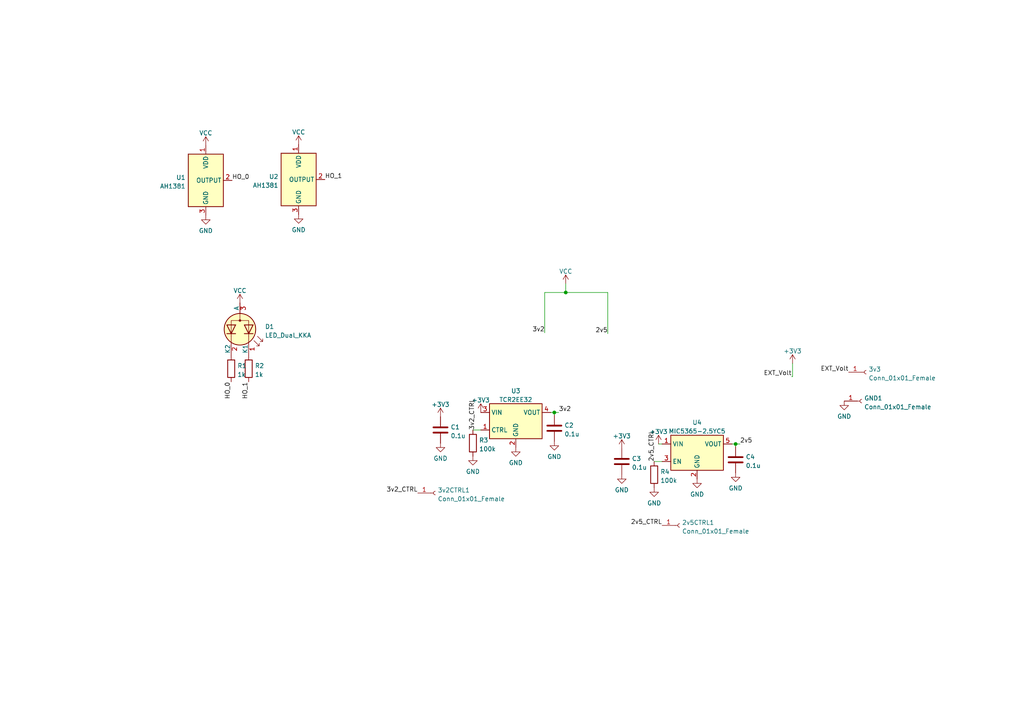
<source format=kicad_sch>
(kicad_sch (version 20211123) (generator eeschema)

  (uuid ca0119bb-a7a6-4b74-97b3-d6b99ef09072)

  (paper "A4")

  (lib_symbols
    (symbol "Connector:Conn_01x01_Female" (pin_names (offset 1.016) hide) (in_bom yes) (on_board yes)
      (property "Reference" "J" (id 0) (at 0 2.54 0)
        (effects (font (size 1.27 1.27)))
      )
      (property "Value" "Conn_01x01_Female" (id 1) (at 0 -2.54 0)
        (effects (font (size 1.27 1.27)))
      )
      (property "Footprint" "" (id 2) (at 0 0 0)
        (effects (font (size 1.27 1.27)) hide)
      )
      (property "Datasheet" "~" (id 3) (at 0 0 0)
        (effects (font (size 1.27 1.27)) hide)
      )
      (property "ki_keywords" "connector" (id 4) (at 0 0 0)
        (effects (font (size 1.27 1.27)) hide)
      )
      (property "ki_description" "Generic connector, single row, 01x01, script generated (kicad-library-utils/schlib/autogen/connector/)" (id 5) (at 0 0 0)
        (effects (font (size 1.27 1.27)) hide)
      )
      (property "ki_fp_filters" "Connector*:*" (id 6) (at 0 0 0)
        (effects (font (size 1.27 1.27)) hide)
      )
      (symbol "Conn_01x01_Female_1_1"
        (polyline
          (pts
            (xy -1.27 0)
            (xy -0.508 0)
          )
          (stroke (width 0.1524) (type default) (color 0 0 0 0))
          (fill (type none))
        )
        (arc (start 0 0.508) (mid -0.508 0) (end 0 -0.508)
          (stroke (width 0.1524) (type default) (color 0 0 0 0))
          (fill (type none))
        )
        (pin passive line (at -5.08 0 0) (length 3.81)
          (name "Pin_1" (effects (font (size 1.27 1.27))))
          (number "1" (effects (font (size 1.27 1.27))))
        )
      )
    )
    (symbol "Device:C" (pin_numbers hide) (pin_names (offset 0.254)) (in_bom yes) (on_board yes)
      (property "Reference" "C" (id 0) (at 0.635 2.54 0)
        (effects (font (size 1.27 1.27)) (justify left))
      )
      (property "Value" "C" (id 1) (at 0.635 -2.54 0)
        (effects (font (size 1.27 1.27)) (justify left))
      )
      (property "Footprint" "" (id 2) (at 0.9652 -3.81 0)
        (effects (font (size 1.27 1.27)) hide)
      )
      (property "Datasheet" "~" (id 3) (at 0 0 0)
        (effects (font (size 1.27 1.27)) hide)
      )
      (property "ki_keywords" "cap capacitor" (id 4) (at 0 0 0)
        (effects (font (size 1.27 1.27)) hide)
      )
      (property "ki_description" "Unpolarized capacitor" (id 5) (at 0 0 0)
        (effects (font (size 1.27 1.27)) hide)
      )
      (property "ki_fp_filters" "C_*" (id 6) (at 0 0 0)
        (effects (font (size 1.27 1.27)) hide)
      )
      (symbol "C_0_1"
        (polyline
          (pts
            (xy -2.032 -0.762)
            (xy 2.032 -0.762)
          )
          (stroke (width 0.508) (type default) (color 0 0 0 0))
          (fill (type none))
        )
        (polyline
          (pts
            (xy -2.032 0.762)
            (xy 2.032 0.762)
          )
          (stroke (width 0.508) (type default) (color 0 0 0 0))
          (fill (type none))
        )
      )
      (symbol "C_1_1"
        (pin passive line (at 0 3.81 270) (length 2.794)
          (name "~" (effects (font (size 1.27 1.27))))
          (number "1" (effects (font (size 1.27 1.27))))
        )
        (pin passive line (at 0 -3.81 90) (length 2.794)
          (name "~" (effects (font (size 1.27 1.27))))
          (number "2" (effects (font (size 1.27 1.27))))
        )
      )
    )
    (symbol "Device:LED_Dual_KKA" (pin_names (offset 0)) (in_bom yes) (on_board yes)
      (property "Reference" "D" (id 0) (at 0 5.715 0)
        (effects (font (size 1.27 1.27)))
      )
      (property "Value" "LED_Dual_KKA" (id 1) (at 0 -6.35 0)
        (effects (font (size 1.27 1.27)))
      )
      (property "Footprint" "" (id 2) (at 1.27 0 0)
        (effects (font (size 1.27 1.27)) hide)
      )
      (property "Datasheet" "~" (id 3) (at 1.27 0 0)
        (effects (font (size 1.27 1.27)) hide)
      )
      (property "ki_keywords" "LED diode bicolor dual" (id 4) (at 0 0 0)
        (effects (font (size 1.27 1.27)) hide)
      )
      (property "ki_description" "Dual LED, common anode on pin 3" (id 5) (at 0 0 0)
        (effects (font (size 1.27 1.27)) hide)
      )
      (property "ki_fp_filters" "LED* LED_SMD:* LED_THT:*" (id 6) (at 0 0 0)
        (effects (font (size 1.27 1.27)) hide)
      )
      (symbol "LED_Dual_KKA_0_1"
        (circle (center -2.54 0) (radius 0.2794)
          (stroke (width 0) (type default) (color 0 0 0 0))
          (fill (type outline))
        )
        (polyline
          (pts
            (xy -4.572 0)
            (xy -2.54 0)
          )
          (stroke (width 0) (type default) (color 0 0 0 0))
          (fill (type none))
        )
        (polyline
          (pts
            (xy 1.27 -1.27)
            (xy 1.27 -3.81)
          )
          (stroke (width 0.254) (type default) (color 0 0 0 0))
          (fill (type none))
        )
        (polyline
          (pts
            (xy 1.27 3.81)
            (xy 1.27 1.27)
          )
          (stroke (width 0.254) (type default) (color 0 0 0 0))
          (fill (type none))
        )
        (polyline
          (pts
            (xy 3.81 -2.54)
            (xy 1.905 -2.54)
          )
          (stroke (width 0) (type default) (color 0 0 0 0))
          (fill (type none))
        )
        (polyline
          (pts
            (xy 3.81 2.54)
            (xy 1.905 2.54)
          )
          (stroke (width 0) (type default) (color 0 0 0 0))
          (fill (type none))
        )
        (polyline
          (pts
            (xy -1.27 -1.27)
            (xy -1.27 -3.81)
            (xy 1.27 -2.54)
            (xy -1.27 -1.27)
          )
          (stroke (width 0.254) (type default) (color 0 0 0 0))
          (fill (type none))
        )
        (polyline
          (pts
            (xy -1.27 3.81)
            (xy -1.27 1.27)
            (xy 1.27 2.54)
            (xy -1.27 3.81)
          )
          (stroke (width 0.254) (type default) (color 0 0 0 0))
          (fill (type none))
        )
        (polyline
          (pts
            (xy 2.032 2.54)
            (xy -2.54 2.54)
            (xy -2.54 -2.54)
            (xy 2.032 -2.54)
          )
          (stroke (width 0) (type default) (color 0 0 0 0))
          (fill (type none))
        )
        (polyline
          (pts
            (xy 2.032 5.08)
            (xy 3.556 6.604)
            (xy 2.794 6.604)
            (xy 3.556 6.604)
            (xy 3.556 5.842)
          )
          (stroke (width 0) (type default) (color 0 0 0 0))
          (fill (type none))
        )
        (polyline
          (pts
            (xy 3.302 4.064)
            (xy 4.826 5.588)
            (xy 4.064 5.588)
            (xy 4.826 5.588)
            (xy 4.826 4.826)
          )
          (stroke (width 0) (type default) (color 0 0 0 0))
          (fill (type none))
        )
        (circle (center 0 0) (radius 4.572)
          (stroke (width 0.254) (type default) (color 0 0 0 0))
          (fill (type background))
        )
      )
      (symbol "LED_Dual_KKA_1_1"
        (pin input line (at 7.62 2.54 180) (length 3.81)
          (name "K1" (effects (font (size 1.27 1.27))))
          (number "1" (effects (font (size 1.27 1.27))))
        )
        (pin input line (at 7.62 -2.54 180) (length 3.81)
          (name "K2" (effects (font (size 1.27 1.27))))
          (number "2" (effects (font (size 1.27 1.27))))
        )
        (pin input line (at -7.62 0 0) (length 3.048)
          (name "A" (effects (font (size 1.27 1.27))))
          (number "3" (effects (font (size 1.27 1.27))))
        )
      )
    )
    (symbol "Device:R" (pin_numbers hide) (pin_names (offset 0)) (in_bom yes) (on_board yes)
      (property "Reference" "R" (id 0) (at 2.032 0 90)
        (effects (font (size 1.27 1.27)))
      )
      (property "Value" "R" (id 1) (at 0 0 90)
        (effects (font (size 1.27 1.27)))
      )
      (property "Footprint" "" (id 2) (at -1.778 0 90)
        (effects (font (size 1.27 1.27)) hide)
      )
      (property "Datasheet" "~" (id 3) (at 0 0 0)
        (effects (font (size 1.27 1.27)) hide)
      )
      (property "ki_keywords" "R res resistor" (id 4) (at 0 0 0)
        (effects (font (size 1.27 1.27)) hide)
      )
      (property "ki_description" "Resistor" (id 5) (at 0 0 0)
        (effects (font (size 1.27 1.27)) hide)
      )
      (property "ki_fp_filters" "R_*" (id 6) (at 0 0 0)
        (effects (font (size 1.27 1.27)) hide)
      )
      (symbol "R_0_1"
        (rectangle (start -1.016 -2.54) (end 1.016 2.54)
          (stroke (width 0.254) (type default) (color 0 0 0 0))
          (fill (type none))
        )
      )
      (symbol "R_1_1"
        (pin passive line (at 0 3.81 270) (length 1.27)
          (name "~" (effects (font (size 1.27 1.27))))
          (number "1" (effects (font (size 1.27 1.27))))
        )
        (pin passive line (at 0 -3.81 90) (length 1.27)
          (name "~" (effects (font (size 1.27 1.27))))
          (number "2" (effects (font (size 1.27 1.27))))
        )
      )
    )
    (symbol "Regulator_Linear:MIC5365-3.3YC5" (in_bom yes) (on_board yes)
      (property "Reference" "U" (id 0) (at -6.35 6.35 0)
        (effects (font (size 1.27 1.27)))
      )
      (property "Value" "MIC5365-3.3YC5" (id 1) (at 0 6.35 0)
        (effects (font (size 1.27 1.27)) (justify left))
      )
      (property "Footprint" "Package_TO_SOT_SMD:SOT-353_SC-70-5" (id 2) (at 0 8.89 0)
        (effects (font (size 1.27 1.27)) hide)
      )
      (property "Datasheet" "http://ww1.microchip.com/downloads/en/DeviceDoc/mic5365.pdf" (id 3) (at -7.62 20.32 0)
        (effects (font (size 1.27 1.27)) hide)
      )
      (property "ki_keywords" "Micrel LDO voltage regulator" (id 4) (at 0 0 0)
        (effects (font (size 1.27 1.27)) hide)
      )
      (property "ki_description" "150mA Low-dropout Voltage Regulator, Vout 3.3V, Vin up to 5.5V, SC-70-5" (id 5) (at 0 0 0)
        (effects (font (size 1.27 1.27)) hide)
      )
      (property "ki_fp_filters" "SOT*353*SC*70*" (id 6) (at 0 0 0)
        (effects (font (size 1.27 1.27)) hide)
      )
      (symbol "MIC5365-3.3YC5_0_1"
        (rectangle (start -7.62 -5.08) (end 7.62 5.08)
          (stroke (width 0.254) (type default) (color 0 0 0 0))
          (fill (type background))
        )
      )
      (symbol "MIC5365-3.3YC5_1_1"
        (pin power_in line (at -10.16 2.54 0) (length 2.54)
          (name "VIN" (effects (font (size 1.27 1.27))))
          (number "1" (effects (font (size 1.27 1.27))))
        )
        (pin power_in line (at 0 -7.62 90) (length 2.54)
          (name "GND" (effects (font (size 1.27 1.27))))
          (number "2" (effects (font (size 1.27 1.27))))
        )
        (pin input line (at -10.16 -2.54 0) (length 2.54)
          (name "EN" (effects (font (size 1.27 1.27))))
          (number "3" (effects (font (size 1.27 1.27))))
        )
        (pin no_connect line (at 7.62 -2.54 180) (length 2.54) hide
          (name "NC" (effects (font (size 1.27 1.27))))
          (number "4" (effects (font (size 1.27 1.27))))
        )
        (pin power_out line (at 10.16 2.54 180) (length 2.54)
          (name "VOUT" (effects (font (size 1.27 1.27))))
          (number "5" (effects (font (size 1.27 1.27))))
        )
      )
    )
    (symbol "Regulator_Linear:TCR2EE27" (in_bom yes) (on_board yes)
      (property "Reference" "U6" (id 0) (at 0 9.3218 0)
        (effects (font (size 1.27 1.27)))
      )
      (property "Value" "TCR2EE27" (id 1) (at 0 7.0104 0)
        (effects (font (size 1.27 1.27)))
      )
      (property "Footprint" "Package_TO_SOT_SMD:SOT-553" (id 2) (at 0 -10.16 0)
        (effects (font (size 1.27 1.27)) hide)
      )
      (property "Datasheet" "https://toshiba.semicon-storage.com/info/docget.jsp?did=13794&prodName=TCR2EF45" (id 3) (at -6.35 6.35 0)
        (effects (font (size 1.27 1.27)) hide)
      )
      (property "ki_keywords" "TOSHIBA LDO voltage regulator" (id 4) (at 0 0 0)
        (effects (font (size 1.27 1.27)) hide)
      )
      (property "ki_description" "200mA Low-dropout Voltage Regulator, Vout 2.7V, Vin up to 5.5V, SOT-553" (id 5) (at 0 0 0)
        (effects (font (size 1.27 1.27)) hide)
      )
      (property "ki_fp_filters" "SOT?553*" (id 6) (at 0 0 0)
        (effects (font (size 1.27 1.27)) hide)
      )
      (symbol "TCR2EE27_0_1"
        (rectangle (start -7.62 -5.08) (end 7.62 5.08)
          (stroke (width 0.254) (type default) (color 0 0 0 0))
          (fill (type background))
        )
      )
      (symbol "TCR2EE27_1_1"
        (pin input line (at -10.16 -2.54 0) (length 2.54)
          (name "CTRL" (effects (font (size 1.27 1.27))))
          (number "1" (effects (font (size 1.27 1.27))))
        )
        (pin power_in line (at 0 -7.62 90) (length 2.54)
          (name "GND" (effects (font (size 1.27 1.27))))
          (number "2" (effects (font (size 1.27 1.27))))
        )
        (pin power_in line (at -10.16 2.54 0) (length 2.54)
          (name "VIN" (effects (font (size 1.27 1.27))))
          (number "3" (effects (font (size 1.27 1.27))))
        )
        (pin power_out line (at 10.16 2.54 180) (length 2.54)
          (name "VOUT" (effects (font (size 1.27 1.27))))
          (number "4" (effects (font (size 1.27 1.27))))
        )
        (pin no_connect line (at 7.62 -2.54 180) (length 2.54) hide
          (name "NC" (effects (font (size 1.27 1.27))))
          (number "5" (effects (font (size 1.27 1.27))))
        )
      )
    )
    (symbol "Sensor_Magnetic:AH1806-W" (in_bom yes) (on_board yes)
      (property "Reference" "U" (id 0) (at -5.08 8.89 0)
        (effects (font (size 1.27 1.27)))
      )
      (property "Value" "AH1806-W" (id 1) (at 7.62 8.89 0)
        (effects (font (size 1.27 1.27)))
      )
      (property "Footprint" "Package_TO_SOT_SMD:SC-59" (id 2) (at 13.97 -8.89 0)
        (effects (font (size 1.27 1.27)) hide)
      )
      (property "Datasheet" "https://www.diodes.com/assets/Datasheets/AH1806.pdf" (id 3) (at 0 0 0)
        (effects (font (size 1.27 1.27)) hide)
      )
      (property "ki_keywords" "hall switch" (id 4) (at 0 0 0)
        (effects (font (size 1.27 1.27)) hide)
      )
      (property "ki_description" "High Sensitivity Micropower Omnipolar Hall-Effect Switch, SC-59" (id 5) (at 0 0 0)
        (effects (font (size 1.27 1.27)) hide)
      )
      (property "ki_fp_filters" "SC?59*" (id 6) (at 0 0 0)
        (effects (font (size 1.27 1.27)) hide)
      )
      (symbol "AH1806-W_0_1"
        (rectangle (start 5.08 7.62) (end -5.08 -7.62)
          (stroke (width 0.254) (type default) (color 0 0 0 0))
          (fill (type background))
        )
      )
      (symbol "AH1806-W_1_1"
        (pin power_in line (at 0 10.16 270) (length 2.54)
          (name "VDD" (effects (font (size 1.27 1.27))))
          (number "1" (effects (font (size 1.27 1.27))))
        )
        (pin open_collector line (at 7.62 0 180) (length 2.54)
          (name "OUTPUT" (effects (font (size 1.27 1.27))))
          (number "2" (effects (font (size 1.27 1.27))))
        )
        (pin power_in line (at 0 -10.16 90) (length 2.54)
          (name "GND" (effects (font (size 1.27 1.27))))
          (number "3" (effects (font (size 1.27 1.27))))
        )
      )
    )
    (symbol "power:+3V3" (power) (pin_names (offset 0)) (in_bom yes) (on_board yes)
      (property "Reference" "#PWR" (id 0) (at 0 -3.81 0)
        (effects (font (size 1.27 1.27)) hide)
      )
      (property "Value" "+3V3" (id 1) (at 0 3.556 0)
        (effects (font (size 1.27 1.27)))
      )
      (property "Footprint" "" (id 2) (at 0 0 0)
        (effects (font (size 1.27 1.27)) hide)
      )
      (property "Datasheet" "" (id 3) (at 0 0 0)
        (effects (font (size 1.27 1.27)) hide)
      )
      (property "ki_keywords" "power-flag" (id 4) (at 0 0 0)
        (effects (font (size 1.27 1.27)) hide)
      )
      (property "ki_description" "Power symbol creates a global label with name \"+3V3\"" (id 5) (at 0 0 0)
        (effects (font (size 1.27 1.27)) hide)
      )
      (symbol "+3V3_0_1"
        (polyline
          (pts
            (xy -0.762 1.27)
            (xy 0 2.54)
          )
          (stroke (width 0) (type default) (color 0 0 0 0))
          (fill (type none))
        )
        (polyline
          (pts
            (xy 0 0)
            (xy 0 2.54)
          )
          (stroke (width 0) (type default) (color 0 0 0 0))
          (fill (type none))
        )
        (polyline
          (pts
            (xy 0 2.54)
            (xy 0.762 1.27)
          )
          (stroke (width 0) (type default) (color 0 0 0 0))
          (fill (type none))
        )
      )
      (symbol "+3V3_1_1"
        (pin power_in line (at 0 0 90) (length 0) hide
          (name "+3V3" (effects (font (size 1.27 1.27))))
          (number "1" (effects (font (size 1.27 1.27))))
        )
      )
    )
    (symbol "power:GND" (power) (pin_names (offset 0)) (in_bom yes) (on_board yes)
      (property "Reference" "#PWR" (id 0) (at 0 -6.35 0)
        (effects (font (size 1.27 1.27)) hide)
      )
      (property "Value" "GND" (id 1) (at 0 -3.81 0)
        (effects (font (size 1.27 1.27)))
      )
      (property "Footprint" "" (id 2) (at 0 0 0)
        (effects (font (size 1.27 1.27)) hide)
      )
      (property "Datasheet" "" (id 3) (at 0 0 0)
        (effects (font (size 1.27 1.27)) hide)
      )
      (property "ki_keywords" "power-flag" (id 4) (at 0 0 0)
        (effects (font (size 1.27 1.27)) hide)
      )
      (property "ki_description" "Power symbol creates a global label with name \"GND\" , ground" (id 5) (at 0 0 0)
        (effects (font (size 1.27 1.27)) hide)
      )
      (symbol "GND_0_1"
        (polyline
          (pts
            (xy 0 0)
            (xy 0 -1.27)
            (xy 1.27 -1.27)
            (xy 0 -2.54)
            (xy -1.27 -1.27)
            (xy 0 -1.27)
          )
          (stroke (width 0) (type default) (color 0 0 0 0))
          (fill (type none))
        )
      )
      (symbol "GND_1_1"
        (pin power_in line (at 0 0 270) (length 0) hide
          (name "GND" (effects (font (size 1.27 1.27))))
          (number "1" (effects (font (size 1.27 1.27))))
        )
      )
    )
    (symbol "power:VCC" (power) (pin_names (offset 0)) (in_bom yes) (on_board yes)
      (property "Reference" "#PWR" (id 0) (at 0 -3.81 0)
        (effects (font (size 1.27 1.27)) hide)
      )
      (property "Value" "VCC" (id 1) (at 0 3.81 0)
        (effects (font (size 1.27 1.27)))
      )
      (property "Footprint" "" (id 2) (at 0 0 0)
        (effects (font (size 1.27 1.27)) hide)
      )
      (property "Datasheet" "" (id 3) (at 0 0 0)
        (effects (font (size 1.27 1.27)) hide)
      )
      (property "ki_keywords" "power-flag" (id 4) (at 0 0 0)
        (effects (font (size 1.27 1.27)) hide)
      )
      (property "ki_description" "Power symbol creates a global label with name \"VCC\"" (id 5) (at 0 0 0)
        (effects (font (size 1.27 1.27)) hide)
      )
      (symbol "VCC_0_1"
        (polyline
          (pts
            (xy -0.762 1.27)
            (xy 0 2.54)
          )
          (stroke (width 0) (type default) (color 0 0 0 0))
          (fill (type none))
        )
        (polyline
          (pts
            (xy 0 0)
            (xy 0 2.54)
          )
          (stroke (width 0) (type default) (color 0 0 0 0))
          (fill (type none))
        )
        (polyline
          (pts
            (xy 0 2.54)
            (xy 0.762 1.27)
          )
          (stroke (width 0) (type default) (color 0 0 0 0))
          (fill (type none))
        )
      )
      (symbol "VCC_1_1"
        (pin power_in line (at 0 0 90) (length 0) hide
          (name "VCC" (effects (font (size 1.27 1.27))))
          (number "1" (effects (font (size 1.27 1.27))))
        )
      )
    )
  )

  (junction (at 213.36 128.778) (diameter 0) (color 0 0 0 0)
    (uuid 05220787-b295-4021-af75-e02052eaf97b)
  )
  (junction (at 164.084 84.836) (diameter 0) (color 0 0 0 0)
    (uuid 48b17fca-a9d2-4e06-9962-91315d3e12b5)
  )
  (junction (at 160.782 119.634) (diameter 0) (color 0 0 0 0)
    (uuid ae8f94e7-af9f-42de-8208-6ef2f0f5f65b)
  )

  (no_connect (at -817.372 -12.954) (uuid 4aa20cbf-08e1-4ec9-9ada-cbbf2c7ef12d))

  (wire (pts (xy 137.16 124.714) (xy 139.446 124.714))
    (stroke (width 0) (type default) (color 0 0 0 0))
    (uuid 0c327f4b-75dd-4d24-bc2d-0e4f8dcae598)
  )
  (wire (pts (xy 229.616 109.22) (xy 229.87 109.22))
    (stroke (width 0) (type default) (color 0 0 0 0))
    (uuid 12c84c11-5f3b-4964-96ce-e1a2895f6e40)
  )
  (wire (pts (xy 213.36 128.778) (xy 214.63 128.778))
    (stroke (width 0) (type default) (color 0 0 0 0))
    (uuid 1dadd7d3-81c0-4899-9a52-35bc066feb3d)
  )
  (wire (pts (xy 160.782 119.634) (xy 160.782 120.396))
    (stroke (width 0) (type default) (color 0 0 0 0))
    (uuid 22345bb6-9c5a-4886-905c-5891663705a3)
  )
  (wire (pts (xy 189.738 133.858) (xy 192.024 133.858))
    (stroke (width 0) (type default) (color 0 0 0 0))
    (uuid 23d9daa1-400e-4cac-8fad-8c09555daab0)
  )
  (wire (pts (xy 164.084 84.836) (xy 164.084 82.296))
    (stroke (width 0) (type default) (color 0 0 0 0))
    (uuid 29d48898-d064-4daa-86bd-5d8a4d7c41c8)
  )
  (wire (pts (xy 164.084 84.836) (xy 176.276 84.836))
    (stroke (width 0) (type default) (color 0 0 0 0))
    (uuid 2f93b37c-7f2f-4261-9448-3d6bf17307c7)
  )
  (wire (pts (xy 176.276 84.836) (xy 176.276 96.774))
    (stroke (width 0) (type default) (color 0 0 0 0))
    (uuid 36f428aa-e2e5-4100-8d7f-180094063342)
  )
  (wire (pts (xy 229.87 105.41) (xy 229.87 109.22))
    (stroke (width 0) (type default) (color 0 0 0 0))
    (uuid 52a34023-790e-4b9f-9939-2162de89cc17)
  )
  (wire (pts (xy 212.344 128.778) (xy 213.36 128.778))
    (stroke (width 0) (type default) (color 0 0 0 0))
    (uuid 72da6c07-2b26-4f7c-be90-d9370ce274f2)
  )
  (wire (pts (xy 159.766 119.634) (xy 160.782 119.634))
    (stroke (width 0) (type default) (color 0 0 0 0))
    (uuid 74da1fdb-341e-45e8-9568-f82cdf276bac)
  )
  (wire (pts (xy 157.988 84.836) (xy 164.084 84.836))
    (stroke (width 0) (type default) (color 0 0 0 0))
    (uuid 7880ddf7-8df2-4f68-aaa5-3d2de4d907ce)
  )
  (wire (pts (xy 191.008 128.778) (xy 192.024 128.778))
    (stroke (width 0) (type default) (color 0 0 0 0))
    (uuid 8eee2199-eb25-4ddf-89b8-65207a738a81)
  )
  (wire (pts (xy 157.988 84.836) (xy 157.988 96.52))
    (stroke (width 0) (type default) (color 0 0 0 0))
    (uuid ae0f4a39-64b4-4389-ad5c-3e4c5e3a6bff)
  )
  (wire (pts (xy 160.782 119.634) (xy 162.052 119.634))
    (stroke (width 0) (type default) (color 0 0 0 0))
    (uuid c0e0cc0f-0c14-4e1a-b565-e49f3df45991)
  )
  (wire (pts (xy 213.36 128.778) (xy 213.36 129.54))
    (stroke (width 0) (type default) (color 0 0 0 0))
    (uuid d1ea1454-43ed-46d2-b0c6-a5d63af5f131)
  )

  (label "EXT_Volt" (at 246.126 107.95 180)
    (effects (font (size 1.27 1.27)) (justify right bottom))
    (uuid 01f97aa8-b2b6-471b-941c-6f3988481049)
  )
  (label "HO_0" (at 67.31 52.324 0)
    (effects (font (size 1.27 1.27)) (justify left bottom))
    (uuid 0bd7af0e-8f4e-4170-8085-ff4ff4e2fa45)
  )
  (label "3v2" (at 162.052 119.634 0)
    (effects (font (size 1.27 1.27)) (justify left bottom))
    (uuid 11f02b8e-79c2-4801-a174-17d902c6f951)
  )
  (label "HO_1" (at 72.136 110.744 270)
    (effects (font (size 1.27 1.27)) (justify right bottom))
    (uuid 1d812367-1b94-4c4d-84a7-b478b9902b96)
  )
  (label "HO_0" (at 67.056 110.744 270)
    (effects (font (size 1.27 1.27)) (justify right bottom))
    (uuid 6763338a-a071-4e64-86ad-d0587d5c6f26)
  )
  (label "2v5" (at 214.63 128.778 0)
    (effects (font (size 1.27 1.27)) (justify left bottom))
    (uuid 81f2866e-1786-43d5-a538-8bb5c047b281)
  )
  (label "2v5_CTRL" (at 192.024 152.4 180)
    (effects (font (size 1.27 1.27)) (justify right bottom))
    (uuid a02c5a0e-a236-4e79-9026-4cf7e0c7f4de)
  )
  (label "3v2_CTRL" (at 121.158 143.002 180)
    (effects (font (size 1.27 1.27)) (justify right bottom))
    (uuid ba986e66-418b-482e-b781-55d34d84cfb9)
  )
  (label "EXT_Volt" (at 229.616 109.22 180)
    (effects (font (size 1.27 1.27)) (justify right bottom))
    (uuid cd0ef9cc-b553-4536-b198-4e8b639b428e)
  )
  (label "3v2_CTRL" (at 137.922 124.714 90)
    (effects (font (size 1.27 1.27)) (justify left bottom))
    (uuid d5c39877-a3b3-4590-8838-af670aa4a81d)
  )
  (label "3v2" (at 157.988 96.52 180)
    (effects (font (size 1.27 1.27)) (justify right bottom))
    (uuid d787de75-004c-417f-9d67-be5922fb2375)
  )
  (label "HO_1" (at 94.234 52.07 0)
    (effects (font (size 1.27 1.27)) (justify left bottom))
    (uuid d7b39f17-e3d4-415a-bb8c-13e68027f4a1)
  )
  (label "2v5_CTRL" (at 189.992 133.858 90)
    (effects (font (size 1.27 1.27)) (justify left bottom))
    (uuid e457abd4-e6db-4cde-8681-ff378836ba09)
  )
  (label "2v5" (at 176.276 96.774 180)
    (effects (font (size 1.27 1.27)) (justify right bottom))
    (uuid ea33707b-a8a0-46d0-9ced-f6024f4409eb)
  )

  (symbol (lib_id "power:+3V3") (at 191.008 128.778 0) (unit 1)
    (in_bom yes) (on_board yes) (fields_autoplaced)
    (uuid 041b3819-f3bc-4173-87f3-771937de97ad)
    (property "Reference" "#PWR0111" (id 0) (at 191.008 132.588 0)
      (effects (font (size 1.27 1.27)) hide)
    )
    (property "Value" "+3V3" (id 1) (at 191.008 125.2022 0))
    (property "Footprint" "" (id 2) (at 191.008 128.778 0)
      (effects (font (size 1.27 1.27)) hide)
    )
    (property "Datasheet" "" (id 3) (at 191.008 128.778 0)
      (effects (font (size 1.27 1.27)) hide)
    )
    (pin "1" (uuid bac1b9db-9672-4bce-81ea-d998058c92de))
  )

  (symbol (lib_id "power:GND") (at 202.184 138.938 0) (unit 1)
    (in_bom yes) (on_board yes) (fields_autoplaced)
    (uuid 05672e48-454f-4d2c-9992-9d32187caa3a)
    (property "Reference" "#PWR0110" (id 0) (at 202.184 145.288 0)
      (effects (font (size 1.27 1.27)) hide)
    )
    (property "Value" "GND" (id 1) (at 202.184 143.3814 0))
    (property "Footprint" "" (id 2) (at 202.184 138.938 0)
      (effects (font (size 1.27 1.27)) hide)
    )
    (property "Datasheet" "" (id 3) (at 202.184 138.938 0)
      (effects (font (size 1.27 1.27)) hide)
    )
    (pin "1" (uuid a709349e-610d-4b14-82ed-dbebf9c74954))
  )

  (symbol (lib_id "power:+3V3") (at 127.762 120.904 0) (unit 1)
    (in_bom yes) (on_board yes) (fields_autoplaced)
    (uuid 0cbc5d48-ed73-453e-9c5a-001e556c15e8)
    (property "Reference" "#PWR0114" (id 0) (at 127.762 124.714 0)
      (effects (font (size 1.27 1.27)) hide)
    )
    (property "Value" "+3V3" (id 1) (at 127.762 117.3282 0))
    (property "Footprint" "" (id 2) (at 127.762 120.904 0)
      (effects (font (size 1.27 1.27)) hide)
    )
    (property "Datasheet" "" (id 3) (at 127.762 120.904 0)
      (effects (font (size 1.27 1.27)) hide)
    )
    (pin "1" (uuid 77e6a139-3e32-4a8a-8b98-047f6cb55352))
  )

  (symbol (lib_id "Regulator_Linear:TCR2EE27") (at 149.606 122.174 0) (unit 1)
    (in_bom yes) (on_board yes) (fields_autoplaced)
    (uuid 1662b2f2-e7b0-4b9b-9714-7fd5df5f82a6)
    (property "Reference" "U3" (id 0) (at 149.606 113.3942 0))
    (property "Value" "TCR2EE32" (id 1) (at 149.606 115.9311 0))
    (property "Footprint" "Package_TO_SOT_SMD:SOT-553" (id 2) (at 149.606 132.334 0)
      (effects (font (size 1.27 1.27)) hide)
    )
    (property "Datasheet" "https://toshiba.semicon-storage.com/info/docget.jsp?did=13794&prodName=TCR2EF45" (id 3) (at 143.256 115.824 0)
      (effects (font (size 1.27 1.27)) hide)
    )
    (pin "1" (uuid 8340d594-b32a-4ba9-8d96-ad70a163221e))
    (pin "2" (uuid 61b74b9a-dbfe-41ae-9b01-0a79d3828f6f))
    (pin "3" (uuid 31715ffd-0163-4a41-98df-ad25ae6b06c1))
    (pin "4" (uuid 7813ba19-4a36-4d43-aa57-b2e2c90dba51))
    (pin "5" (uuid 2cbce3c7-1c44-4a3a-9017-e2eeadebdca0))
  )

  (symbol (lib_id "power:GND") (at 86.614 62.23 0) (unit 1)
    (in_bom yes) (on_board yes) (fields_autoplaced)
    (uuid 19b2b0be-a268-4735-a6aa-5795124e4172)
    (property "Reference" "#PWR0116" (id 0) (at 86.614 68.58 0)
      (effects (font (size 1.27 1.27)) hide)
    )
    (property "Value" "GND" (id 1) (at 86.614 66.6734 0))
    (property "Footprint" "" (id 2) (at 86.614 62.23 0)
      (effects (font (size 1.27 1.27)) hide)
    )
    (property "Datasheet" "" (id 3) (at 86.614 62.23 0)
      (effects (font (size 1.27 1.27)) hide)
    )
    (pin "1" (uuid dd853e72-55cd-4832-90d2-04b9907eb14b))
  )

  (symbol (lib_id "power:GND") (at 213.36 137.16 0) (unit 1)
    (in_bom yes) (on_board yes) (fields_autoplaced)
    (uuid 24abf3a2-da65-4e96-af1f-b6654dd5ffaa)
    (property "Reference" "#PWR0108" (id 0) (at 213.36 143.51 0)
      (effects (font (size 1.27 1.27)) hide)
    )
    (property "Value" "GND" (id 1) (at 213.36 141.6034 0))
    (property "Footprint" "" (id 2) (at 213.36 137.16 0)
      (effects (font (size 1.27 1.27)) hide)
    )
    (property "Datasheet" "" (id 3) (at 213.36 137.16 0)
      (effects (font (size 1.27 1.27)) hide)
    )
    (pin "1" (uuid 98915a30-009f-4aab-ae47-5ab995335ad1))
  )

  (symbol (lib_id "Device:C") (at 180.34 133.858 0) (unit 1)
    (in_bom yes) (on_board yes) (fields_autoplaced)
    (uuid 286b3a6e-7c9a-4af5-a997-c7d7dd73a710)
    (property "Reference" "C3" (id 0) (at 183.261 133.0233 0)
      (effects (font (size 1.27 1.27)) (justify left))
    )
    (property "Value" "0.1u" (id 1) (at 183.261 135.5602 0)
      (effects (font (size 1.27 1.27)) (justify left))
    )
    (property "Footprint" "Capacitor_SMD:C_0402_1005Metric_Pad0.74x0.62mm_HandSolder" (id 2) (at 181.3052 137.668 0)
      (effects (font (size 1.27 1.27)) hide)
    )
    (property "Datasheet" "~" (id 3) (at 180.34 133.858 0)
      (effects (font (size 1.27 1.27)) hide)
    )
    (pin "1" (uuid 63687ab4-d65f-4959-adcc-63b4924702cd))
    (pin "2" (uuid b4250a75-f7cc-48fd-833e-9c97fe2c8eb7))
  )

  (symbol (lib_id "power:GND") (at 244.856 116.332 0) (unit 1)
    (in_bom yes) (on_board yes) (fields_autoplaced)
    (uuid 2b20f0e2-ff47-43db-83f4-a61c90663242)
    (property "Reference" "#PWR0107" (id 0) (at 244.856 122.682 0)
      (effects (font (size 1.27 1.27)) hide)
    )
    (property "Value" "GND" (id 1) (at 244.856 120.7754 0))
    (property "Footprint" "" (id 2) (at 244.856 116.332 0)
      (effects (font (size 1.27 1.27)) hide)
    )
    (property "Datasheet" "" (id 3) (at 244.856 116.332 0)
      (effects (font (size 1.27 1.27)) hide)
    )
    (pin "1" (uuid d60f6d47-50ac-4626-b159-a7e61a0a1de1))
  )

  (symbol (lib_id "Device:R") (at 189.738 137.668 0) (unit 1)
    (in_bom yes) (on_board yes) (fields_autoplaced)
    (uuid 30cf9653-306b-4ead-8bdd-f7a6119d1ffe)
    (property "Reference" "R4" (id 0) (at 191.516 136.8333 0)
      (effects (font (size 1.27 1.27)) (justify left))
    )
    (property "Value" "100k" (id 1) (at 191.516 139.3702 0)
      (effects (font (size 1.27 1.27)) (justify left))
    )
    (property "Footprint" "Resistor_SMD:R_0402_1005Metric_Pad0.72x0.64mm_HandSolder" (id 2) (at 187.96 137.668 90)
      (effects (font (size 1.27 1.27)) hide)
    )
    (property "Datasheet" "~" (id 3) (at 189.738 137.668 0)
      (effects (font (size 1.27 1.27)) hide)
    )
    (pin "1" (uuid a2a34726-acfb-4924-82d4-f72ce681e6bf))
    (pin "2" (uuid bb0df855-2eec-49bf-901c-a6a8164a474f))
  )

  (symbol (lib_id "Device:R") (at 137.16 128.524 0) (unit 1)
    (in_bom yes) (on_board yes) (fields_autoplaced)
    (uuid 37b2033e-f763-480b-864c-9c843da7cba9)
    (property "Reference" "R3" (id 0) (at 138.938 127.6893 0)
      (effects (font (size 1.27 1.27)) (justify left))
    )
    (property "Value" "100k" (id 1) (at 138.938 130.2262 0)
      (effects (font (size 1.27 1.27)) (justify left))
    )
    (property "Footprint" "Resistor_SMD:R_0402_1005Metric_Pad0.72x0.64mm_HandSolder" (id 2) (at 135.382 128.524 90)
      (effects (font (size 1.27 1.27)) hide)
    )
    (property "Datasheet" "~" (id 3) (at 137.16 128.524 0)
      (effects (font (size 1.27 1.27)) hide)
    )
    (pin "1" (uuid 3dfc7657-3f3c-4a5f-bd89-eee509d46b96))
    (pin "2" (uuid bb5a69df-c8ad-4281-b4dd-fd3a02a7a6d8))
  )

  (symbol (lib_id "Device:R") (at 72.136 106.934 0) (unit 1)
    (in_bom yes) (on_board yes) (fields_autoplaced)
    (uuid 414c2ef0-98f1-4411-ac49-99552006b4de)
    (property "Reference" "R2" (id 0) (at 73.914 106.0993 0)
      (effects (font (size 1.27 1.27)) (justify left))
    )
    (property "Value" "1k" (id 1) (at 73.914 108.6362 0)
      (effects (font (size 1.27 1.27)) (justify left))
    )
    (property "Footprint" "Resistor_SMD:R_0402_1005Metric_Pad0.72x0.64mm_HandSolder" (id 2) (at 70.358 106.934 90)
      (effects (font (size 1.27 1.27)) hide)
    )
    (property "Datasheet" "~" (id 3) (at 72.136 106.934 0)
      (effects (font (size 1.27 1.27)) hide)
    )
    (pin "1" (uuid 22fb0ce0-ab04-49d7-9eb8-186ff5a63755))
    (pin "2" (uuid 465a0aeb-4469-4dad-b89e-49ee72baa08f))
  )

  (symbol (lib_id "Connector:Conn_01x01_Female") (at 126.238 143.002 0) (unit 1)
    (in_bom yes) (on_board yes) (fields_autoplaced)
    (uuid 48a5ed0a-4bcc-4ea4-870e-bcb7f365235b)
    (property "Reference" "3v2CTRL1" (id 0) (at 126.9492 142.1673 0)
      (effects (font (size 1.27 1.27)) (justify left))
    )
    (property "Value" "Conn_01x01_Female" (id 1) (at 126.9492 144.7042 0)
      (effects (font (size 1.27 1.27)) (justify left))
    )
    (property "Footprint" "Connector_PinHeader_2.54mm:PinHeader_1x01_P2.54mm_Vertical" (id 2) (at 126.238 143.002 0)
      (effects (font (size 1.27 1.27)) hide)
    )
    (property "Datasheet" "~" (id 3) (at 126.238 143.002 0)
      (effects (font (size 1.27 1.27)) hide)
    )
    (pin "1" (uuid 559d8dcf-a8b3-4704-a122-4272268bab9f))
  )

  (symbol (lib_id "Device:LED_Dual_KKA") (at 69.596 95.504 270) (unit 1)
    (in_bom yes) (on_board yes) (fields_autoplaced)
    (uuid 4b1738bd-82ea-45d1-9b30-a9d6b4e1729c)
    (property "Reference" "D1" (id 0) (at 76.835 94.7328 90)
      (effects (font (size 1.27 1.27)) (justify left))
    )
    (property "Value" "LED_Dual_KKA" (id 1) (at 76.835 97.2697 90)
      (effects (font (size 1.27 1.27)) (justify left))
    )
    (property "Footprint" "Package_TO_SOT_SMD:SC-59_Handsoldering" (id 2) (at 69.596 96.774 0)
      (effects (font (size 1.27 1.27)) hide)
    )
    (property "Datasheet" "~" (id 3) (at 69.596 96.774 0)
      (effects (font (size 1.27 1.27)) hide)
    )
    (pin "1" (uuid 0a91bd9b-8a94-4d52-802e-e5130d2fb041))
    (pin "2" (uuid 76879b8d-1add-43dc-8fd4-ba57de88376a))
    (pin "3" (uuid 9614b5ad-63ab-4d77-964c-efb45084e6b8))
  )

  (symbol (lib_id "Connector:Conn_01x01_Female") (at 249.936 116.332 0) (unit 1)
    (in_bom yes) (on_board yes) (fields_autoplaced)
    (uuid 4beefa00-23f1-416b-b706-1e55f5066438)
    (property "Reference" "GND1" (id 0) (at 250.6472 115.4973 0)
      (effects (font (size 1.27 1.27)) (justify left))
    )
    (property "Value" "Conn_01x01_Female" (id 1) (at 250.6472 118.0342 0)
      (effects (font (size 1.27 1.27)) (justify left))
    )
    (property "Footprint" "Connector_PinHeader_2.54mm:PinHeader_1x01_P2.54mm_Vertical" (id 2) (at 249.936 116.332 0)
      (effects (font (size 1.27 1.27)) hide)
    )
    (property "Datasheet" "~" (id 3) (at 249.936 116.332 0)
      (effects (font (size 1.27 1.27)) hide)
    )
    (pin "1" (uuid ba384c94-fbd4-4341-b74d-1703ed97d31b))
  )

  (symbol (lib_id "power:GND") (at 149.606 129.794 0) (unit 1)
    (in_bom yes) (on_board yes) (fields_autoplaced)
    (uuid 4e600a9b-ffa3-44e0-adb0-009366c4240a)
    (property "Reference" "#PWR0104" (id 0) (at 149.606 136.144 0)
      (effects (font (size 1.27 1.27)) hide)
    )
    (property "Value" "GND" (id 1) (at 149.606 134.2374 0))
    (property "Footprint" "" (id 2) (at 149.606 129.794 0)
      (effects (font (size 1.27 1.27)) hide)
    )
    (property "Datasheet" "" (id 3) (at 149.606 129.794 0)
      (effects (font (size 1.27 1.27)) hide)
    )
    (pin "1" (uuid 3a7795ee-da5c-4772-af15-9d2201fd00a7))
  )

  (symbol (lib_id "power:GND") (at 189.738 141.478 0) (unit 1)
    (in_bom yes) (on_board yes) (fields_autoplaced)
    (uuid 58ffc392-0aa9-4eb2-9759-5dbff45ee321)
    (property "Reference" "#PWR0109" (id 0) (at 189.738 147.828 0)
      (effects (font (size 1.27 1.27)) hide)
    )
    (property "Value" "GND" (id 1) (at 189.738 145.9214 0))
    (property "Footprint" "" (id 2) (at 189.738 141.478 0)
      (effects (font (size 1.27 1.27)) hide)
    )
    (property "Datasheet" "" (id 3) (at 189.738 141.478 0)
      (effects (font (size 1.27 1.27)) hide)
    )
    (pin "1" (uuid 62a9621a-0931-43f8-a8cc-454a6e4c9f81))
  )

  (symbol (lib_id "Device:C") (at 127.762 124.714 0) (unit 1)
    (in_bom yes) (on_board yes) (fields_autoplaced)
    (uuid 5bf214fc-9950-4b54-a5e2-e5b286ae3fbb)
    (property "Reference" "C1" (id 0) (at 130.683 123.8793 0)
      (effects (font (size 1.27 1.27)) (justify left))
    )
    (property "Value" "0.1u" (id 1) (at 130.683 126.4162 0)
      (effects (font (size 1.27 1.27)) (justify left))
    )
    (property "Footprint" "Capacitor_SMD:C_0402_1005Metric_Pad0.74x0.62mm_HandSolder" (id 2) (at 128.7272 128.524 0)
      (effects (font (size 1.27 1.27)) hide)
    )
    (property "Datasheet" "~" (id 3) (at 127.762 124.714 0)
      (effects (font (size 1.27 1.27)) hide)
    )
    (pin "1" (uuid 4bb2fa73-0792-4cf8-bd50-169f30822310))
    (pin "2" (uuid a9f398df-2d70-426b-8da2-6226b018e00b))
  )

  (symbol (lib_id "power:VCC") (at 86.614 41.91 0) (unit 1)
    (in_bom yes) (on_board yes) (fields_autoplaced)
    (uuid 5f778149-81fa-4c66-b95b-7afb0cb0eaf9)
    (property "Reference" "#PWR0117" (id 0) (at 86.614 45.72 0)
      (effects (font (size 1.27 1.27)) hide)
    )
    (property "Value" "VCC" (id 1) (at 86.614 38.3342 0))
    (property "Footprint" "" (id 2) (at 86.614 41.91 0)
      (effects (font (size 1.27 1.27)) hide)
    )
    (property "Datasheet" "" (id 3) (at 86.614 41.91 0)
      (effects (font (size 1.27 1.27)) hide)
    )
    (pin "1" (uuid 25ed59cc-8f54-455f-863b-9a4bd329c3ad))
  )

  (symbol (lib_id "Connector:Conn_01x01_Female") (at 197.104 152.4 0) (unit 1)
    (in_bom yes) (on_board yes) (fields_autoplaced)
    (uuid 68f5eb7a-f22f-4c31-aef0-f56dffc7fa46)
    (property "Reference" "2v5CTRL1" (id 0) (at 197.8152 151.5653 0)
      (effects (font (size 1.27 1.27)) (justify left))
    )
    (property "Value" "Conn_01x01_Female" (id 1) (at 197.8152 154.1022 0)
      (effects (font (size 1.27 1.27)) (justify left))
    )
    (property "Footprint" "Connector_PinHeader_2.54mm:PinHeader_1x01_P2.54mm_Vertical" (id 2) (at 197.104 152.4 0)
      (effects (font (size 1.27 1.27)) hide)
    )
    (property "Datasheet" "~" (id 3) (at 197.104 152.4 0)
      (effects (font (size 1.27 1.27)) hide)
    )
    (pin "1" (uuid 0a9790ff-0d0e-405c-8bc3-445f5c82d710))
  )

  (symbol (lib_id "Device:C") (at 160.782 124.206 0) (unit 1)
    (in_bom yes) (on_board yes) (fields_autoplaced)
    (uuid 7c80cca5-b11f-48e1-9ea3-92e7136ebcb9)
    (property "Reference" "C2" (id 0) (at 163.703 123.3713 0)
      (effects (font (size 1.27 1.27)) (justify left))
    )
    (property "Value" "0.1u" (id 1) (at 163.703 125.9082 0)
      (effects (font (size 1.27 1.27)) (justify left))
    )
    (property "Footprint" "Capacitor_SMD:C_0402_1005Metric_Pad0.74x0.62mm_HandSolder" (id 2) (at 161.7472 128.016 0)
      (effects (font (size 1.27 1.27)) hide)
    )
    (property "Datasheet" "~" (id 3) (at 160.782 124.206 0)
      (effects (font (size 1.27 1.27)) hide)
    )
    (pin "1" (uuid 106a4b4d-1e91-4b4c-8d93-ec295eb62cb6))
    (pin "2" (uuid fa7ad889-f952-4a2d-b465-546f7b2d7b96))
  )

  (symbol (lib_id "power:GND") (at 59.69 62.484 0) (unit 1)
    (in_bom yes) (on_board yes) (fields_autoplaced)
    (uuid 870c1226-1945-4034-8d61-1716942488a9)
    (property "Reference" "#PWR0119" (id 0) (at 59.69 68.834 0)
      (effects (font (size 1.27 1.27)) hide)
    )
    (property "Value" "GND" (id 1) (at 59.69 66.9274 0))
    (property "Footprint" "" (id 2) (at 59.69 62.484 0)
      (effects (font (size 1.27 1.27)) hide)
    )
    (property "Datasheet" "" (id 3) (at 59.69 62.484 0)
      (effects (font (size 1.27 1.27)) hide)
    )
    (pin "1" (uuid e0356886-52dd-43fa-8b7d-4e303f7a079c))
  )

  (symbol (lib_id "power:VCC") (at 69.596 87.884 0) (unit 1)
    (in_bom yes) (on_board yes) (fields_autoplaced)
    (uuid 8867e957-4fcf-48d2-bc0f-57f0787a2667)
    (property "Reference" "#PWR0120" (id 0) (at 69.596 91.694 0)
      (effects (font (size 1.27 1.27)) hide)
    )
    (property "Value" "VCC" (id 1) (at 69.596 84.3082 0))
    (property "Footprint" "" (id 2) (at 69.596 87.884 0)
      (effects (font (size 1.27 1.27)) hide)
    )
    (property "Datasheet" "" (id 3) (at 69.596 87.884 0)
      (effects (font (size 1.27 1.27)) hide)
    )
    (pin "1" (uuid 177034ff-daff-4388-8688-a7f4b2df00fa))
  )

  (symbol (lib_id "power:GND") (at 180.34 137.668 0) (unit 1)
    (in_bom yes) (on_board yes) (fields_autoplaced)
    (uuid a36df550-3e2e-43dd-a372-908e43adfa11)
    (property "Reference" "#PWR0113" (id 0) (at 180.34 144.018 0)
      (effects (font (size 1.27 1.27)) hide)
    )
    (property "Value" "GND" (id 1) (at 180.34 142.1114 0))
    (property "Footprint" "" (id 2) (at 180.34 137.668 0)
      (effects (font (size 1.27 1.27)) hide)
    )
    (property "Datasheet" "" (id 3) (at 180.34 137.668 0)
      (effects (font (size 1.27 1.27)) hide)
    )
    (pin "1" (uuid a0e12ffd-62aa-4f79-8d3e-3687eeeedebd))
  )

  (symbol (lib_id "power:VCC") (at 59.69 42.164 0) (unit 1)
    (in_bom yes) (on_board yes) (fields_autoplaced)
    (uuid a3dfe2ac-aa31-4fac-b8df-3a031f866c85)
    (property "Reference" "#PWR0118" (id 0) (at 59.69 45.974 0)
      (effects (font (size 1.27 1.27)) hide)
    )
    (property "Value" "VCC" (id 1) (at 59.69 38.5882 0))
    (property "Footprint" "" (id 2) (at 59.69 42.164 0)
      (effects (font (size 1.27 1.27)) hide)
    )
    (property "Datasheet" "" (id 3) (at 59.69 42.164 0)
      (effects (font (size 1.27 1.27)) hide)
    )
    (pin "1" (uuid 83a30cbf-9ff5-46e4-9766-b1b7dd3bca37))
  )

  (symbol (lib_id "power:GND") (at 127.762 128.524 0) (unit 1)
    (in_bom yes) (on_board yes) (fields_autoplaced)
    (uuid aa251103-5ff0-444e-aab0-4535a5c259ea)
    (property "Reference" "#PWR0103" (id 0) (at 127.762 134.874 0)
      (effects (font (size 1.27 1.27)) hide)
    )
    (property "Value" "GND" (id 1) (at 127.762 132.9674 0))
    (property "Footprint" "" (id 2) (at 127.762 128.524 0)
      (effects (font (size 1.27 1.27)) hide)
    )
    (property "Datasheet" "" (id 3) (at 127.762 128.524 0)
      (effects (font (size 1.27 1.27)) hide)
    )
    (pin "1" (uuid 95dde95e-4dfd-4e14-bec3-e131ec86e38f))
  )

  (symbol (lib_id "power:GND") (at 137.16 132.334 0) (unit 1)
    (in_bom yes) (on_board yes) (fields_autoplaced)
    (uuid afbab0a2-416e-47d8-b3b7-b6d795c521f8)
    (property "Reference" "#PWR0102" (id 0) (at 137.16 138.684 0)
      (effects (font (size 1.27 1.27)) hide)
    )
    (property "Value" "GND" (id 1) (at 137.16 136.7774 0))
    (property "Footprint" "" (id 2) (at 137.16 132.334 0)
      (effects (font (size 1.27 1.27)) hide)
    )
    (property "Datasheet" "" (id 3) (at 137.16 132.334 0)
      (effects (font (size 1.27 1.27)) hide)
    )
    (pin "1" (uuid ee9f531c-62be-4827-ad67-5203cfbfd5ef))
  )

  (symbol (lib_id "power:VCC") (at 164.084 82.296 0) (unit 1)
    (in_bom yes) (on_board yes) (fields_autoplaced)
    (uuid b6c1f3b9-4229-47cf-8f58-6af0c2c12ca7)
    (property "Reference" "#PWR0101" (id 0) (at 164.084 86.106 0)
      (effects (font (size 1.27 1.27)) hide)
    )
    (property "Value" "VCC" (id 1) (at 164.084 78.7202 0))
    (property "Footprint" "" (id 2) (at 164.084 82.296 0)
      (effects (font (size 1.27 1.27)) hide)
    )
    (property "Datasheet" "" (id 3) (at 164.084 82.296 0)
      (effects (font (size 1.27 1.27)) hide)
    )
    (pin "1" (uuid cdd7c3c4-4855-4a0c-9c38-6bd08a55d623))
  )

  (symbol (lib_id "power:+3V3") (at 139.446 119.634 0) (unit 1)
    (in_bom yes) (on_board yes) (fields_autoplaced)
    (uuid be19f3d7-6b3c-4501-9139-78531edcf45d)
    (property "Reference" "#PWR0115" (id 0) (at 139.446 123.444 0)
      (effects (font (size 1.27 1.27)) hide)
    )
    (property "Value" "+3V3" (id 1) (at 139.446 116.0582 0))
    (property "Footprint" "" (id 2) (at 139.446 119.634 0)
      (effects (font (size 1.27 1.27)) hide)
    )
    (property "Datasheet" "" (id 3) (at 139.446 119.634 0)
      (effects (font (size 1.27 1.27)) hide)
    )
    (pin "1" (uuid e6262b9f-b3f0-44a6-a910-94c9ff4fd3f7))
  )

  (symbol (lib_id "Sensor_Magnetic:AH1806-W") (at 59.69 52.324 0) (unit 1)
    (in_bom yes) (on_board yes) (fields_autoplaced)
    (uuid bfaad7d0-c292-4522-b695-cbc1269bb8fd)
    (property "Reference" "U1" (id 0) (at 53.8481 51.4893 0)
      (effects (font (size 1.27 1.27)) (justify right))
    )
    (property "Value" "AH1381" (id 1) (at 53.8481 54.0262 0)
      (effects (font (size 1.27 1.27)) (justify right))
    )
    (property "Footprint" "Package_TO_SOT_SMD:SOT-23" (id 2) (at 73.66 61.214 0)
      (effects (font (size 1.27 1.27)) hide)
    )
    (property "Datasheet" "" (id 3) (at 59.69 52.324 0)
      (effects (font (size 1.27 1.27)) hide)
    )
    (pin "1" (uuid 2932b1ad-0e3f-4ae4-a50f-b5665c83fa92))
    (pin "2" (uuid 47e8e5d9-31c1-4b8e-8f21-35fe0298e05b))
    (pin "3" (uuid bcff7864-ca56-4783-8e45-05077f3ff223))
  )

  (symbol (lib_id "power:+3V3") (at 180.34 130.048 0) (unit 1)
    (in_bom yes) (on_board yes) (fields_autoplaced)
    (uuid c93362c8-cd69-4828-b683-4595e0238020)
    (property "Reference" "#PWR0112" (id 0) (at 180.34 133.858 0)
      (effects (font (size 1.27 1.27)) hide)
    )
    (property "Value" "+3V3" (id 1) (at 180.34 126.4722 0))
    (property "Footprint" "" (id 2) (at 180.34 130.048 0)
      (effects (font (size 1.27 1.27)) hide)
    )
    (property "Datasheet" "" (id 3) (at 180.34 130.048 0)
      (effects (font (size 1.27 1.27)) hide)
    )
    (pin "1" (uuid bbc7da7d-4a92-4003-8872-dbc3e8de1fab))
  )

  (symbol (lib_id "power:+3V3") (at 229.87 105.41 0) (unit 1)
    (in_bom yes) (on_board yes) (fields_autoplaced)
    (uuid d5ca3a45-cf06-4b13-a3ae-e34066ddd464)
    (property "Reference" "#PWR0106" (id 0) (at 229.87 109.22 0)
      (effects (font (size 1.27 1.27)) hide)
    )
    (property "Value" "+3V3" (id 1) (at 229.87 101.8342 0))
    (property "Footprint" "" (id 2) (at 229.87 105.41 0)
      (effects (font (size 1.27 1.27)) hide)
    )
    (property "Datasheet" "" (id 3) (at 229.87 105.41 0)
      (effects (font (size 1.27 1.27)) hide)
    )
    (pin "1" (uuid 20131f37-aaa0-436e-9239-50614f676dbd))
  )

  (symbol (lib_id "Connector:Conn_01x01_Female") (at 251.206 107.95 0) (unit 1)
    (in_bom yes) (on_board yes) (fields_autoplaced)
    (uuid d8103514-4735-403a-9b9b-63a0dff650f4)
    (property "Reference" "3v3" (id 0) (at 251.9172 107.1153 0)
      (effects (font (size 1.27 1.27)) (justify left))
    )
    (property "Value" "Conn_01x01_Female" (id 1) (at 251.9172 109.6522 0)
      (effects (font (size 1.27 1.27)) (justify left))
    )
    (property "Footprint" "Connector_PinHeader_2.54mm:PinHeader_1x01_P2.54mm_Vertical" (id 2) (at 251.206 107.95 0)
      (effects (font (size 1.27 1.27)) hide)
    )
    (property "Datasheet" "~" (id 3) (at 251.206 107.95 0)
      (effects (font (size 1.27 1.27)) hide)
    )
    (pin "1" (uuid 874515c6-476e-4776-95ec-92fb6aacc9ec))
  )

  (symbol (lib_id "Regulator_Linear:MIC5365-3.3YC5") (at 202.184 131.318 0) (unit 1)
    (in_bom yes) (on_board yes) (fields_autoplaced)
    (uuid e2476f49-3b5a-4c16-aa58-443950f86afb)
    (property "Reference" "U4" (id 0) (at 202.184 122.5382 0))
    (property "Value" "MIC5365-2.5YC5" (id 1) (at 202.184 125.0751 0))
    (property "Footprint" "Package_TO_SOT_SMD:SOT-353_SC-70-5" (id 2) (at 202.184 122.428 0)
      (effects (font (size 1.27 1.27)) hide)
    )
    (property "Datasheet" "http://ww1.microchip.com/downloads/en/DeviceDoc/mic5365.pdf" (id 3) (at 194.564 110.998 0)
      (effects (font (size 1.27 1.27)) hide)
    )
    (pin "1" (uuid 8aab822d-9311-4850-9928-b1bb71d826e3))
    (pin "2" (uuid c55d901d-3270-4aa2-9788-8eef7e93c2f8))
    (pin "3" (uuid 121e50df-afc0-4bf9-a9e3-c3ed82e5547e))
    (pin "4" (uuid 3506fbda-91bb-4412-841c-9f8882c94c1a))
    (pin "5" (uuid 27e0584c-7978-4572-8841-51ed685362a0))
  )

  (symbol (lib_id "Device:C") (at 213.36 133.35 0) (unit 1)
    (in_bom yes) (on_board yes) (fields_autoplaced)
    (uuid e81e9ce4-a7ff-4e8c-a7a5-f6b832bdb4cf)
    (property "Reference" "C4" (id 0) (at 216.281 132.5153 0)
      (effects (font (size 1.27 1.27)) (justify left))
    )
    (property "Value" "0.1u" (id 1) (at 216.281 135.0522 0)
      (effects (font (size 1.27 1.27)) (justify left))
    )
    (property "Footprint" "Capacitor_SMD:C_0402_1005Metric_Pad0.74x0.62mm_HandSolder" (id 2) (at 214.3252 137.16 0)
      (effects (font (size 1.27 1.27)) hide)
    )
    (property "Datasheet" "~" (id 3) (at 213.36 133.35 0)
      (effects (font (size 1.27 1.27)) hide)
    )
    (pin "1" (uuid 1cd76eeb-597a-4202-beab-f65be500be76))
    (pin "2" (uuid 2c13ed38-70f0-4732-aa83-642c8e93dad2))
  )

  (symbol (lib_id "Sensor_Magnetic:AH1806-W") (at 86.614 52.07 0) (unit 1)
    (in_bom yes) (on_board yes) (fields_autoplaced)
    (uuid f34dd824-b366-4b11-aec3-e43aad555e8e)
    (property "Reference" "U2" (id 0) (at 80.7721 51.2353 0)
      (effects (font (size 1.27 1.27)) (justify right))
    )
    (property "Value" "AH1381" (id 1) (at 80.7721 53.7722 0)
      (effects (font (size 1.27 1.27)) (justify right))
    )
    (property "Footprint" "Package_TO_SOT_SMD:SOT-23" (id 2) (at 100.584 60.96 0)
      (effects (font (size 1.27 1.27)) hide)
    )
    (property "Datasheet" "" (id 3) (at 86.614 52.07 0)
      (effects (font (size 1.27 1.27)) hide)
    )
    (pin "1" (uuid d7524de0-601d-4514-8f2f-570ccc61b8c3))
    (pin "2" (uuid b745d4a6-71a5-46c3-afd2-b985fce15aa2))
    (pin "3" (uuid c3283bf0-ae6c-43c4-8d0e-42cf97f3078b))
  )

  (symbol (lib_id "power:GND") (at 160.782 128.016 0) (unit 1)
    (in_bom yes) (on_board yes) (fields_autoplaced)
    (uuid fa700aae-e4b5-471c-ad97-bef106be84bf)
    (property "Reference" "#PWR0105" (id 0) (at 160.782 134.366 0)
      (effects (font (size 1.27 1.27)) hide)
    )
    (property "Value" "GND" (id 1) (at 160.782 132.4594 0))
    (property "Footprint" "" (id 2) (at 160.782 128.016 0)
      (effects (font (size 1.27 1.27)) hide)
    )
    (property "Datasheet" "" (id 3) (at 160.782 128.016 0)
      (effects (font (size 1.27 1.27)) hide)
    )
    (pin "1" (uuid eea9ecc8-89b8-4ee8-93be-c16e3865d2e5))
  )

  (symbol (lib_id "Device:R") (at 67.056 106.934 0) (unit 1)
    (in_bom yes) (on_board yes) (fields_autoplaced)
    (uuid fd87cb32-1101-4d2f-8203-2b4192e62684)
    (property "Reference" "R1" (id 0) (at 68.834 106.0993 0)
      (effects (font (size 1.27 1.27)) (justify left))
    )
    (property "Value" "1k" (id 1) (at 68.834 108.6362 0)
      (effects (font (size 1.27 1.27)) (justify left))
    )
    (property "Footprint" "Resistor_SMD:R_0402_1005Metric_Pad0.72x0.64mm_HandSolder" (id 2) (at 65.278 106.934 90)
      (effects (font (size 1.27 1.27)) hide)
    )
    (property "Datasheet" "~" (id 3) (at 67.056 106.934 0)
      (effects (font (size 1.27 1.27)) hide)
    )
    (pin "1" (uuid 90becff8-dbfd-40ec-b4df-aceb21922c1c))
    (pin "2" (uuid c4d5fdea-42bd-4f7e-879a-5edcbe98c87b))
  )

  (sheet_instances
    (path "/" (page "1"))
  )

  (symbol_instances
    (path "/b6c1f3b9-4229-47cf-8f58-6af0c2c12ca7"
      (reference "#PWR0101") (unit 1) (value "VCC") (footprint "")
    )
    (path "/afbab0a2-416e-47d8-b3b7-b6d795c521f8"
      (reference "#PWR0102") (unit 1) (value "GND") (footprint "")
    )
    (path "/aa251103-5ff0-444e-aab0-4535a5c259ea"
      (reference "#PWR0103") (unit 1) (value "GND") (footprint "")
    )
    (path "/4e600a9b-ffa3-44e0-adb0-009366c4240a"
      (reference "#PWR0104") (unit 1) (value "GND") (footprint "")
    )
    (path "/fa700aae-e4b5-471c-ad97-bef106be84bf"
      (reference "#PWR0105") (unit 1) (value "GND") (footprint "")
    )
    (path "/d5ca3a45-cf06-4b13-a3ae-e34066ddd464"
      (reference "#PWR0106") (unit 1) (value "+3V3") (footprint "")
    )
    (path "/2b20f0e2-ff47-43db-83f4-a61c90663242"
      (reference "#PWR0107") (unit 1) (value "GND") (footprint "")
    )
    (path "/24abf3a2-da65-4e96-af1f-b6654dd5ffaa"
      (reference "#PWR0108") (unit 1) (value "GND") (footprint "")
    )
    (path "/58ffc392-0aa9-4eb2-9759-5dbff45ee321"
      (reference "#PWR0109") (unit 1) (value "GND") (footprint "")
    )
    (path "/05672e48-454f-4d2c-9992-9d32187caa3a"
      (reference "#PWR0110") (unit 1) (value "GND") (footprint "")
    )
    (path "/041b3819-f3bc-4173-87f3-771937de97ad"
      (reference "#PWR0111") (unit 1) (value "+3V3") (footprint "")
    )
    (path "/c93362c8-cd69-4828-b683-4595e0238020"
      (reference "#PWR0112") (unit 1) (value "+3V3") (footprint "")
    )
    (path "/a36df550-3e2e-43dd-a372-908e43adfa11"
      (reference "#PWR0113") (unit 1) (value "GND") (footprint "")
    )
    (path "/0cbc5d48-ed73-453e-9c5a-001e556c15e8"
      (reference "#PWR0114") (unit 1) (value "+3V3") (footprint "")
    )
    (path "/be19f3d7-6b3c-4501-9139-78531edcf45d"
      (reference "#PWR0115") (unit 1) (value "+3V3") (footprint "")
    )
    (path "/19b2b0be-a268-4735-a6aa-5795124e4172"
      (reference "#PWR0116") (unit 1) (value "GND") (footprint "")
    )
    (path "/5f778149-81fa-4c66-b95b-7afb0cb0eaf9"
      (reference "#PWR0117") (unit 1) (value "VCC") (footprint "")
    )
    (path "/a3dfe2ac-aa31-4fac-b8df-3a031f866c85"
      (reference "#PWR0118") (unit 1) (value "VCC") (footprint "")
    )
    (path "/870c1226-1945-4034-8d61-1716942488a9"
      (reference "#PWR0119") (unit 1) (value "GND") (footprint "")
    )
    (path "/8867e957-4fcf-48d2-bc0f-57f0787a2667"
      (reference "#PWR0120") (unit 1) (value "VCC") (footprint "")
    )
    (path "/68f5eb7a-f22f-4c31-aef0-f56dffc7fa46"
      (reference "2v5CTRL1") (unit 1) (value "Conn_01x01_Female") (footprint "Connector_PinHeader_2.54mm:PinHeader_1x01_P2.54mm_Vertical")
    )
    (path "/48a5ed0a-4bcc-4ea4-870e-bcb7f365235b"
      (reference "3v2CTRL1") (unit 1) (value "Conn_01x01_Female") (footprint "Connector_PinHeader_2.54mm:PinHeader_1x01_P2.54mm_Vertical")
    )
    (path "/d8103514-4735-403a-9b9b-63a0dff650f4"
      (reference "3v3") (unit 1) (value "Conn_01x01_Female") (footprint "Connector_PinHeader_2.54mm:PinHeader_1x01_P2.54mm_Vertical")
    )
    (path "/5bf214fc-9950-4b54-a5e2-e5b286ae3fbb"
      (reference "C1") (unit 1) (value "0.1u") (footprint "Capacitor_SMD:C_0402_1005Metric_Pad0.74x0.62mm_HandSolder")
    )
    (path "/7c80cca5-b11f-48e1-9ea3-92e7136ebcb9"
      (reference "C2") (unit 1) (value "0.1u") (footprint "Capacitor_SMD:C_0402_1005Metric_Pad0.74x0.62mm_HandSolder")
    )
    (path "/286b3a6e-7c9a-4af5-a997-c7d7dd73a710"
      (reference "C3") (unit 1) (value "0.1u") (footprint "Capacitor_SMD:C_0402_1005Metric_Pad0.74x0.62mm_HandSolder")
    )
    (path "/e81e9ce4-a7ff-4e8c-a7a5-f6b832bdb4cf"
      (reference "C4") (unit 1) (value "0.1u") (footprint "Capacitor_SMD:C_0402_1005Metric_Pad0.74x0.62mm_HandSolder")
    )
    (path "/4b1738bd-82ea-45d1-9b30-a9d6b4e1729c"
      (reference "D1") (unit 1) (value "LED_Dual_KKA") (footprint "Package_TO_SOT_SMD:SC-59_Handsoldering")
    )
    (path "/4beefa00-23f1-416b-b706-1e55f5066438"
      (reference "GND1") (unit 1) (value "Conn_01x01_Female") (footprint "Connector_PinHeader_2.54mm:PinHeader_1x01_P2.54mm_Vertical")
    )
    (path "/fd87cb32-1101-4d2f-8203-2b4192e62684"
      (reference "R1") (unit 1) (value "1k") (footprint "Resistor_SMD:R_0402_1005Metric_Pad0.72x0.64mm_HandSolder")
    )
    (path "/414c2ef0-98f1-4411-ac49-99552006b4de"
      (reference "R2") (unit 1) (value "1k") (footprint "Resistor_SMD:R_0402_1005Metric_Pad0.72x0.64mm_HandSolder")
    )
    (path "/37b2033e-f763-480b-864c-9c843da7cba9"
      (reference "R3") (unit 1) (value "100k") (footprint "Resistor_SMD:R_0402_1005Metric_Pad0.72x0.64mm_HandSolder")
    )
    (path "/30cf9653-306b-4ead-8bdd-f7a6119d1ffe"
      (reference "R4") (unit 1) (value "100k") (footprint "Resistor_SMD:R_0402_1005Metric_Pad0.72x0.64mm_HandSolder")
    )
    (path "/bfaad7d0-c292-4522-b695-cbc1269bb8fd"
      (reference "U1") (unit 1) (value "AH1381") (footprint "Package_TO_SOT_SMD:SOT-23")
    )
    (path "/f34dd824-b366-4b11-aec3-e43aad555e8e"
      (reference "U2") (unit 1) (value "AH1381") (footprint "Package_TO_SOT_SMD:SOT-23")
    )
    (path "/1662b2f2-e7b0-4b9b-9714-7fd5df5f82a6"
      (reference "U3") (unit 1) (value "TCR2EE32") (footprint "Package_TO_SOT_SMD:SOT-553")
    )
    (path "/e2476f49-3b5a-4c16-aa58-443950f86afb"
      (reference "U4") (unit 1) (value "MIC5365-2.5YC5") (footprint "Package_TO_SOT_SMD:SOT-353_SC-70-5")
    )
  )
)

</source>
